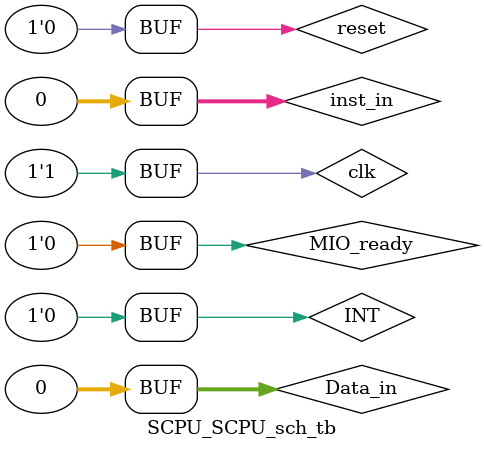
<source format=v>

`timescale 1ns / 1ps

module SCPU_SCPU_sch_tb();

// Inputs
   reg MIO_ready;
   reg [31:0] Data_in;
   reg [31:0] inst_in;
   reg INT;
   reg clk;
   reg reset;

// Output
   wire CPU_MIO;
   wire mem_w;
   wire [31:0] PC_out;
   wire [31:0] Addr_out;
   wire [31:0] Data_out;

// Bidirs

// Instantiate the UUT
   SCPU UUT (
		.MIO_ready(MIO_ready), 
		.CPU_MIO(CPU_MIO), 
		.Data_in(Data_in), 
		.inst_in(inst_in), 
		.INT(INT), 
		.mem_w(mem_w), 
		.clk(clk), 
		.reset(reset), 
		.PC_out(PC_out), 
		.Addr_out(Addr_out), 
		.Data_out(Data_out)
   );
// Initialize Inputs
   
      initial begin
		MIO_ready = 0;
		Data_in = 0;
		inst_in = 0;
		INT = 0;
		clk = 0;
		reset = 0;
		#20
		
		
		
//		inst_in = 32'h20110001; // addi $s1,$zero,1
//		#20;
//		inst_in = 32'h22320006; // addi $s2,$s1,6
//		#20;
//		inst_in = 32'h20120002; // addi $s2,$zero,2
//		#20;
//		inst_in = 32'h02518820; // add $s1,$s2,$s1
//		#20;

		inst_in = 32'h20110001; // addi $s1,$zero,1;
		#20;
		inst_in = 32'h20120001; // addi $s2,$zero,1
		#20;
		inst_in = 32'h12320006; // beq $s1,$s2,start
		#20;
//		inst_in = 32'h00000000;
//		#20


		inst_in = 32'h20130002; // addi $s3,$zero,2; 
		#20;
		
		inst_in = 32'h20130007; // addi $s3,$zero,7; 
		#20;
		inst_in = 32'h08000001; // jump 
		#20;
		inst_in = 32'h00000000;

		
      end
		
		
		always begin
		clk=0;#10;
		clk=1;#10;
		end
		
endmodule


</source>
